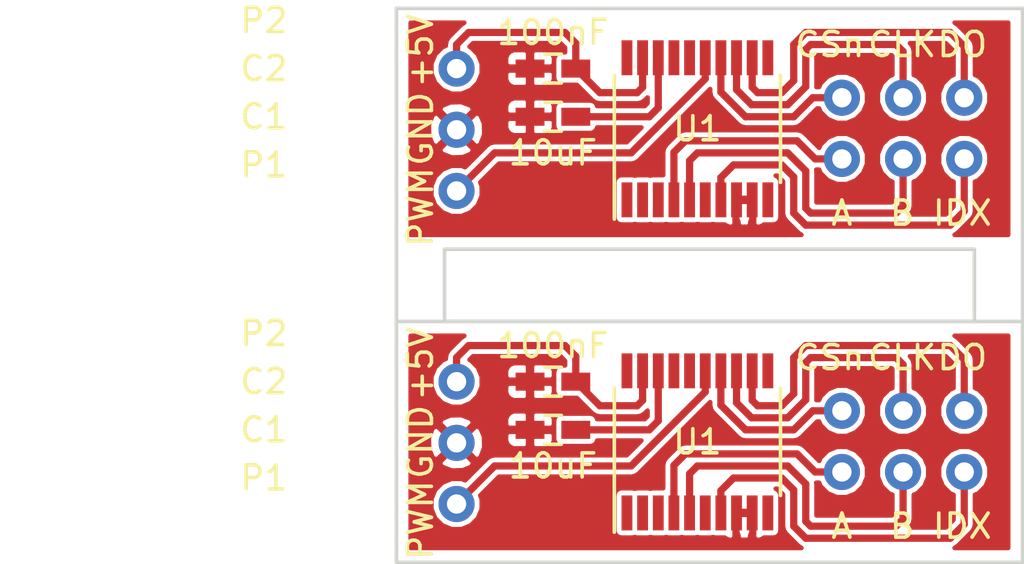
<source format=kicad_pcb>
(kicad_pcb (version 4) (host pcbnew 4.0.4-stable)

  (general
    (links 38)
    (no_connects 10)
    (area -2.485733 12.5726 40.075001 36.075001)
    (thickness 1.6)
    (drawings 33)
    (tracks 130)
    (zones 0)
    (modules 10)
    (nets 11)
  )

  (page A4)
  (layers
    (0 F.Cu signal)
    (31 B.Cu signal)
    (32 B.Adhes user)
    (33 F.Adhes user)
    (34 B.Paste user)
    (35 F.Paste user)
    (36 B.SilkS user)
    (37 F.SilkS user)
    (38 B.Mask user)
    (39 F.Mask user)
    (40 Dwgs.User user)
    (41 Cmts.User user)
    (42 Eco1.User user)
    (43 Eco2.User user)
    (44 Edge.Cuts user)
    (45 Margin user)
    (46 B.CrtYd user)
    (47 F.CrtYd user)
    (48 B.Fab user)
    (49 F.Fab user)
  )

  (setup
    (last_trace_width 0.3)
    (trace_clearance 0.1524)
    (zone_clearance 0.2)
    (zone_45_only no)
    (trace_min 0.1524)
    (segment_width 0.2)
    (edge_width 0.15)
    (via_size 0.6858)
    (via_drill 0.3302)
    (via_min_size 0.6858)
    (via_min_drill 0.3302)
    (uvia_size 0.762)
    (uvia_drill 0.508)
    (uvias_allowed no)
    (uvia_min_size 0)
    (uvia_min_drill 0)
    (pcb_text_width 0.3)
    (pcb_text_size 1.5 1.5)
    (mod_edge_width 0.15)
    (mod_text_size 1 1)
    (mod_text_width 0.15)
    (pad_size 1.2 0.75)
    (pad_drill 0)
    (pad_to_mask_clearance 0.2)
    (aux_axis_origin 0 0)
    (grid_origin 13 13)
    (visible_elements 7FFFFFFF)
    (pcbplotparams
      (layerselection 0x00000_00000001)
      (usegerberextensions false)
      (excludeedgelayer true)
      (linewidth 0.300000)
      (plotframeref false)
      (viasonmask false)
      (mode 1)
      (useauxorigin false)
      (hpglpennumber 1)
      (hpglpenspeed 20)
      (hpglpendiameter 15)
      (hpglpenoverlay 2)
      (psnegative false)
      (psa4output false)
      (plotreference false)
      (plotvalue false)
      (plotinvisibletext false)
      (padsonsilk false)
      (subtractmaskfromsilk false)
      (outputformat 3)
      (mirror false)
      (drillshape 2)
      (scaleselection 1)
      (outputdirectory Sensor_DXF/))
  )

  (net 0 "")
  (net 1 GND)
  (net 2 /A)
  (net 3 /B)
  (net 4 "Net-(C1-Pad1)")
  (net 5 +5V)
  (net 6 /DO)
  (net 7 /PWM)
  (net 8 /CLK)
  (net 9 /CSn)
  (net 10 /IDX)

  (net_class Default "Dies ist die voreingestellte Netzklasse."
    (clearance 0.1524)
    (trace_width 0.3)
    (via_dia 0.6858)
    (via_drill 0.3302)
    (uvia_dia 0.762)
    (uvia_drill 0.508)
    (add_net +5V)
    (add_net /A)
    (add_net /B)
    (add_net /CLK)
    (add_net /CSn)
    (add_net /DO)
    (add_net /IDX)
    (add_net /PWM)
    (add_net GND)
    (add_net "Net-(C1-Pad1)")
  )

  (module dro_footprints:Pin_Header_Straight_1x03 (layer F.Cu) (tedit 583C7A60) (tstamp 5895BCDC)
    (at 16.5 28.5)
    (descr "Through hole pin header")
    (tags "pin header")
    (path /5838720E)
    (fp_text reference P2 (at -8 -2) (layer F.SilkS)
      (effects (font (size 1 1) (thickness 0.15)))
    )
    (fp_text value CONN_01X03 (at -14 -2) (layer F.Fab)
      (effects (font (size 1 1) (thickness 0.15)))
    )
    (fp_line (start -1.75 -1.75) (end -1.75 6.85) (layer F.CrtYd) (width 0.05))
    (fp_line (start 1.75 -1.75) (end 1.75 6.85) (layer F.CrtYd) (width 0.05))
    (fp_line (start -1.75 -1.75) (end 1.75 -1.75) (layer F.CrtYd) (width 0.05))
    (fp_line (start -1.75 6.85) (end 1.75 6.85) (layer F.CrtYd) (width 0.05))
    (pad 1 thru_hole circle (at 0 0) (size 1.5 1.5) (drill 0.8) (layers F.Cu F.Mask)
      (net 5 +5V))
    (pad 2 thru_hole circle (at 0 2.54) (size 1.5 1.5) (drill 0.8) (layers F.Cu F.Mask)
      (net 1 GND))
    (pad 3 thru_hole circle (at 0 5.08) (size 1.5 1.5) (drill 0.8) (layers F.Cu F.Mask)
      (net 7 /PWM))
    (model Pin_Headers.3dshapes/Pin_Header_Straight_1x03.wrl
      (at (xyz 0 -0.1 0))
      (scale (xyz 1 1 1))
      (rotate (xyz 0 0 90))
    )
  )

  (module dro_footprints:Pin_Header_Straight_2x03 (layer F.Cu) (tedit 583C7ADE) (tstamp 5895BCCF)
    (at 32.5 32.25 90)
    (descr "Through hole pin header")
    (tags "pin header")
    (path /583871AD)
    (fp_text reference P1 (at -0.25 -24 180) (layer F.SilkS)
      (effects (font (size 1 1) (thickness 0.15)))
    )
    (fp_text value CONN_02X03 (at -0.25 -30 180) (layer F.Fab)
      (effects (font (size 1 1) (thickness 0.15)))
    )
    (fp_line (start -1.75 -1.75) (end -1.75 6.85) (layer F.CrtYd) (width 0.05))
    (fp_line (start 4.3 -1.75) (end 4.3 6.85) (layer F.CrtYd) (width 0.05))
    (fp_line (start -1.75 -1.75) (end 4.3 -1.75) (layer F.CrtYd) (width 0.05))
    (fp_line (start -1.75 6.85) (end 4.3 6.85) (layer F.CrtYd) (width 0.05))
    (pad 1 thru_hole circle (at 0 0 90) (size 1.5 1.5) (drill 0.8) (layers F.Cu F.Mask)
      (net 2 /A))
    (pad 2 thru_hole circle (at 2.54 0 90) (size 1.5 1.5) (drill 0.8) (layers F.Cu F.Mask)
      (net 9 /CSn))
    (pad 3 thru_hole circle (at 0 2.54 90) (size 1.5 1.5) (drill 0.8) (layers F.Cu F.Mask)
      (net 3 /B))
    (pad 4 thru_hole circle (at 2.54 2.54 90) (size 1.5 1.5) (drill 0.8) (layers F.Cu F.Mask)
      (net 8 /CLK))
    (pad 5 thru_hole circle (at 0 5.08 90) (size 1.5 1.5) (drill 0.8) (layers F.Cu F.Mask)
      (net 10 /IDX))
    (pad 6 thru_hole circle (at 2.54 5.08 90) (size 1.5 1.5) (drill 0.8) (layers F.Cu F.Mask)
      (net 6 /DO))
    (model Pin_Headers.3dshapes/Pin_Header_Straight_2x03.wrl
      (at (xyz 0.05 -0.1 0))
      (scale (xyz 1 1 1))
      (rotate (xyz 0 0 90))
    )
  )

  (module Capacitors_SMD:C_0603_HandSoldering (layer F.Cu) (tedit 583C70A7) (tstamp 5895BCC0)
    (at 20.5 30.5 180)
    (descr "Capacitor SMD 0603, hand soldering")
    (tags "capacitor 0603")
    (path /583B67A4)
    (attr smd)
    (fp_text reference C1 (at 12 0 180) (layer F.SilkS)
      (effects (font (size 1 1) (thickness 0.15)))
    )
    (fp_text value 10uF (at 15 0 180) (layer F.Fab)
      (effects (font (size 1 1) (thickness 0.15)))
    )
    (fp_line (start -0.8 0.4) (end -0.8 -0.4) (layer F.Fab) (width 0.15))
    (fp_line (start 0.8 0.4) (end -0.8 0.4) (layer F.Fab) (width 0.15))
    (fp_line (start 0.8 -0.4) (end 0.8 0.4) (layer F.Fab) (width 0.15))
    (fp_line (start -0.8 -0.4) (end 0.8 -0.4) (layer F.Fab) (width 0.15))
    (fp_line (start -1.85 -0.75) (end 1.85 -0.75) (layer F.CrtYd) (width 0.05))
    (fp_line (start -1.85 0.75) (end 1.85 0.75) (layer F.CrtYd) (width 0.05))
    (fp_line (start -1.85 -0.75) (end -1.85 0.75) (layer F.CrtYd) (width 0.05))
    (fp_line (start 1.85 -0.75) (end 1.85 0.75) (layer F.CrtYd) (width 0.05))
    (fp_line (start -0.35 -0.6) (end 0.35 -0.6) (layer F.SilkS) (width 0.15))
    (fp_line (start 0.35 0.6) (end -0.35 0.6) (layer F.SilkS) (width 0.15))
    (pad 1 smd rect (at -0.95 0 180) (size 1.2 0.75) (layers F.Cu F.Paste F.Mask)
      (net 4 "Net-(C1-Pad1)"))
    (pad 2 smd rect (at 0.95 0 180) (size 1.2 0.75) (layers F.Cu F.Paste F.Mask)
      (net 1 GND))
    (model Capacitors_SMD.3dshapes/C_0603_HandSoldering.wrl
      (at (xyz 0 0 0))
      (scale (xyz 1 1 1))
      (rotate (xyz 0 0 0))
    )
  )

  (module Housings_SSOP:TSSOP-20_4.4x6.5mm_Pitch0.65mm (layer F.Cu) (tedit 583ACC32) (tstamp 5895BC9E)
    (at 26.5 31 90)
    (descr "20-Lead Plastic Thin Shrink Small Outline (ST)-4.4 mm Body [TSSOP] (see Microchip Packaging Specification 00000049BS.pdf)")
    (tags "SSOP 0.65")
    (path /58387FF7)
    (attr smd)
    (fp_text reference U1 (at 0 0 180) (layer F.SilkS)
      (effects (font (size 1 1) (thickness 0.15)))
    )
    (fp_text value AS5311 (at 1.27 0 180) (layer F.Fab)
      (effects (font (size 1 1) (thickness 0.15)))
    )
    (fp_line (start -1.2 -3.25) (end 2.2 -3.25) (layer F.Fab) (width 0.15))
    (fp_line (start 2.2 -3.25) (end 2.2 3.25) (layer F.Fab) (width 0.15))
    (fp_line (start 2.2 3.25) (end -2.2 3.25) (layer F.Fab) (width 0.15))
    (fp_line (start -2.2 3.25) (end -2.2 -2.25) (layer F.Fab) (width 0.15))
    (fp_line (start -2.2 -2.25) (end -1.2 -3.25) (layer F.Fab) (width 0.15))
    (fp_line (start -3.95 -3.55) (end -3.95 3.55) (layer F.CrtYd) (width 0.05))
    (fp_line (start 3.95 -3.55) (end 3.95 3.55) (layer F.CrtYd) (width 0.05))
    (fp_line (start -3.95 -3.55) (end 3.95 -3.55) (layer F.CrtYd) (width 0.05))
    (fp_line (start -3.95 3.55) (end 3.95 3.55) (layer F.CrtYd) (width 0.05))
    (fp_line (start -2.225 3.45) (end 2.225 3.45) (layer F.SilkS) (width 0.15))
    (fp_line (start -3.75 -3.45) (end 2.225 -3.45) (layer F.SilkS) (width 0.15))
    (pad 1 smd rect (at -2.95 -2.925 90) (size 1.45 0.45) (layers F.Cu F.Paste F.Mask))
    (pad 2 smd rect (at -2.95 -2.275 90) (size 1.45 0.45) (layers F.Cu F.Paste F.Mask))
    (pad 3 smd rect (at -2.95 -1.625 90) (size 1.45 0.45) (layers F.Cu F.Paste F.Mask))
    (pad 4 smd rect (at -2.95 -0.975 90) (size 1.45 0.45) (layers F.Cu F.Paste F.Mask)
      (net 2 /A))
    (pad 5 smd rect (at -2.95 -0.325 90) (size 1.45 0.45) (layers F.Cu F.Paste F.Mask)
      (net 3 /B))
    (pad 6 smd rect (at -2.95 0.325 90) (size 1.45 0.45) (layers F.Cu F.Paste F.Mask))
    (pad 7 smd rect (at -2.95 0.975 90) (size 1.45 0.45) (layers F.Cu F.Paste F.Mask)
      (net 10 /IDX))
    (pad 8 smd rect (at -2.95 1.625 90) (size 1.45 0.45) (layers F.Cu F.Paste F.Mask)
      (net 1 GND))
    (pad 9 smd rect (at -2.95 2.275 90) (size 1.45 0.45) (layers F.Cu F.Paste F.Mask)
      (net 1 GND))
    (pad 10 smd rect (at -2.95 2.925 90) (size 1.45 0.45) (layers F.Cu F.Paste F.Mask))
    (pad 11 smd rect (at 2.95 2.925 90) (size 1.45 0.45) (layers F.Cu F.Paste F.Mask))
    (pad 12 smd rect (at 2.95 2.275 90) (size 1.45 0.45) (layers F.Cu F.Paste F.Mask)
      (net 6 /DO))
    (pad 13 smd rect (at 2.95 1.625 90) (size 1.45 0.45) (layers F.Cu F.Paste F.Mask)
      (net 8 /CLK))
    (pad 14 smd rect (at 2.95 0.975 90) (size 1.45 0.45) (layers F.Cu F.Paste F.Mask)
      (net 9 /CSn))
    (pad 15 smd rect (at 2.95 0.325 90) (size 1.45 0.45) (layers F.Cu F.Paste F.Mask)
      (net 7 /PWM))
    (pad 16 smd rect (at 2.95 -0.325 90) (size 1.45 0.45) (layers F.Cu F.Paste F.Mask))
    (pad 17 smd rect (at 2.95 -0.975 90) (size 1.45 0.45) (layers F.Cu F.Paste F.Mask))
    (pad 18 smd rect (at 2.95 -1.625 90) (size 1.45 0.45) (layers F.Cu F.Paste F.Mask)
      (net 4 "Net-(C1-Pad1)"))
    (pad 19 smd rect (at 2.95 -2.275 90) (size 1.45 0.45) (layers F.Cu F.Paste F.Mask)
      (net 5 +5V))
    (pad 20 smd rect (at 2.95 -2.925 90) (size 1.45 0.45) (layers F.Cu F.Paste F.Mask))
    (model Housings_SSOP.3dshapes/TSSOP-20_4.4x6.5mm_Pitch0.65mm.wrl
      (at (xyz 0 0 0))
      (scale (xyz 1 1 1))
      (rotate (xyz 0 0 0))
    )
  )

  (module Capacitors_SMD:C_0603_HandSoldering (layer F.Cu) (tedit 583C7C29) (tstamp 5895BC8F)
    (at 20.5 28.5 180)
    (descr "Capacitor SMD 0603, hand soldering")
    (tags "capacitor 0603")
    (path /583874B9)
    (attr smd)
    (fp_text reference C2 (at 12 0 360) (layer F.SilkS)
      (effects (font (size 1 1) (thickness 0.15)))
    )
    (fp_text value 100nF (at 15.5 0 360) (layer F.Fab)
      (effects (font (size 1 1) (thickness 0.15)))
    )
    (fp_line (start -0.8 0.4) (end -0.8 -0.4) (layer F.Fab) (width 0.15))
    (fp_line (start 0.8 0.4) (end -0.8 0.4) (layer F.Fab) (width 0.15))
    (fp_line (start 0.8 -0.4) (end 0.8 0.4) (layer F.Fab) (width 0.15))
    (fp_line (start -0.8 -0.4) (end 0.8 -0.4) (layer F.Fab) (width 0.15))
    (fp_line (start -1.85 -0.75) (end 1.85 -0.75) (layer F.CrtYd) (width 0.05))
    (fp_line (start -1.85 0.75) (end 1.85 0.75) (layer F.CrtYd) (width 0.05))
    (fp_line (start -1.85 -0.75) (end -1.85 0.75) (layer F.CrtYd) (width 0.05))
    (fp_line (start 1.85 -0.75) (end 1.85 0.75) (layer F.CrtYd) (width 0.05))
    (fp_line (start -0.35 -0.6) (end 0.35 -0.6) (layer F.SilkS) (width 0.15))
    (fp_line (start 0.35 0.6) (end -0.35 0.6) (layer F.SilkS) (width 0.15))
    (pad 1 smd rect (at -0.95 0 180) (size 1.2 0.75) (layers F.Cu F.Paste F.Mask)
      (net 5 +5V))
    (pad 2 smd rect (at 0.95 0 180) (size 1.2 0.75) (layers F.Cu F.Paste F.Mask)
      (net 1 GND))
    (model Capacitors_SMD.3dshapes/C_0603_HandSoldering.wrl
      (at (xyz 0 0 0))
      (scale (xyz 1 1 1))
      (rotate (xyz 0 0 0))
    )
  )

  (module Capacitors_SMD:C_0603_HandSoldering (layer F.Cu) (tedit 583C7C29) (tstamp 58388191)
    (at 20.5 15.5 180)
    (descr "Capacitor SMD 0603, hand soldering")
    (tags "capacitor 0603")
    (path /583874B9)
    (attr smd)
    (fp_text reference C2 (at 12 0 360) (layer F.SilkS)
      (effects (font (size 1 1) (thickness 0.15)))
    )
    (fp_text value 100nF (at 15.5 0 360) (layer F.Fab)
      (effects (font (size 1 1) (thickness 0.15)))
    )
    (fp_line (start -0.8 0.4) (end -0.8 -0.4) (layer F.Fab) (width 0.15))
    (fp_line (start 0.8 0.4) (end -0.8 0.4) (layer F.Fab) (width 0.15))
    (fp_line (start 0.8 -0.4) (end 0.8 0.4) (layer F.Fab) (width 0.15))
    (fp_line (start -0.8 -0.4) (end 0.8 -0.4) (layer F.Fab) (width 0.15))
    (fp_line (start -1.85 -0.75) (end 1.85 -0.75) (layer F.CrtYd) (width 0.05))
    (fp_line (start -1.85 0.75) (end 1.85 0.75) (layer F.CrtYd) (width 0.05))
    (fp_line (start -1.85 -0.75) (end -1.85 0.75) (layer F.CrtYd) (width 0.05))
    (fp_line (start 1.85 -0.75) (end 1.85 0.75) (layer F.CrtYd) (width 0.05))
    (fp_line (start -0.35 -0.6) (end 0.35 -0.6) (layer F.SilkS) (width 0.15))
    (fp_line (start 0.35 0.6) (end -0.35 0.6) (layer F.SilkS) (width 0.15))
    (pad 1 smd rect (at -0.95 0 180) (size 1.2 0.75) (layers F.Cu F.Paste F.Mask)
      (net 5 +5V))
    (pad 2 smd rect (at 0.95 0 180) (size 1.2 0.75) (layers F.Cu F.Paste F.Mask)
      (net 1 GND))
    (model Capacitors_SMD.3dshapes/C_0603_HandSoldering.wrl
      (at (xyz 0 0 0))
      (scale (xyz 1 1 1))
      (rotate (xyz 0 0 0))
    )
  )

  (module Housings_SSOP:TSSOP-20_4.4x6.5mm_Pitch0.65mm (layer F.Cu) (tedit 583ACC32) (tstamp 583881B5)
    (at 26.5 18 90)
    (descr "20-Lead Plastic Thin Shrink Small Outline (ST)-4.4 mm Body [TSSOP] (see Microchip Packaging Specification 00000049BS.pdf)")
    (tags "SSOP 0.65")
    (path /58387FF7)
    (attr smd)
    (fp_text reference U1 (at 0 0 180) (layer F.SilkS)
      (effects (font (size 1 1) (thickness 0.15)))
    )
    (fp_text value AS5311 (at 1.27 0 180) (layer F.Fab)
      (effects (font (size 1 1) (thickness 0.15)))
    )
    (fp_line (start -1.2 -3.25) (end 2.2 -3.25) (layer F.Fab) (width 0.15))
    (fp_line (start 2.2 -3.25) (end 2.2 3.25) (layer F.Fab) (width 0.15))
    (fp_line (start 2.2 3.25) (end -2.2 3.25) (layer F.Fab) (width 0.15))
    (fp_line (start -2.2 3.25) (end -2.2 -2.25) (layer F.Fab) (width 0.15))
    (fp_line (start -2.2 -2.25) (end -1.2 -3.25) (layer F.Fab) (width 0.15))
    (fp_line (start -3.95 -3.55) (end -3.95 3.55) (layer F.CrtYd) (width 0.05))
    (fp_line (start 3.95 -3.55) (end 3.95 3.55) (layer F.CrtYd) (width 0.05))
    (fp_line (start -3.95 -3.55) (end 3.95 -3.55) (layer F.CrtYd) (width 0.05))
    (fp_line (start -3.95 3.55) (end 3.95 3.55) (layer F.CrtYd) (width 0.05))
    (fp_line (start -2.225 3.45) (end 2.225 3.45) (layer F.SilkS) (width 0.15))
    (fp_line (start -3.75 -3.45) (end 2.225 -3.45) (layer F.SilkS) (width 0.15))
    (pad 1 smd rect (at -2.95 -2.925 90) (size 1.45 0.45) (layers F.Cu F.Paste F.Mask))
    (pad 2 smd rect (at -2.95 -2.275 90) (size 1.45 0.45) (layers F.Cu F.Paste F.Mask))
    (pad 3 smd rect (at -2.95 -1.625 90) (size 1.45 0.45) (layers F.Cu F.Paste F.Mask))
    (pad 4 smd rect (at -2.95 -0.975 90) (size 1.45 0.45) (layers F.Cu F.Paste F.Mask)
      (net 2 /A))
    (pad 5 smd rect (at -2.95 -0.325 90) (size 1.45 0.45) (layers F.Cu F.Paste F.Mask)
      (net 3 /B))
    (pad 6 smd rect (at -2.95 0.325 90) (size 1.45 0.45) (layers F.Cu F.Paste F.Mask))
    (pad 7 smd rect (at -2.95 0.975 90) (size 1.45 0.45) (layers F.Cu F.Paste F.Mask)
      (net 10 /IDX))
    (pad 8 smd rect (at -2.95 1.625 90) (size 1.45 0.45) (layers F.Cu F.Paste F.Mask)
      (net 1 GND))
    (pad 9 smd rect (at -2.95 2.275 90) (size 1.45 0.45) (layers F.Cu F.Paste F.Mask)
      (net 1 GND))
    (pad 10 smd rect (at -2.95 2.925 90) (size 1.45 0.45) (layers F.Cu F.Paste F.Mask))
    (pad 11 smd rect (at 2.95 2.925 90) (size 1.45 0.45) (layers F.Cu F.Paste F.Mask))
    (pad 12 smd rect (at 2.95 2.275 90) (size 1.45 0.45) (layers F.Cu F.Paste F.Mask)
      (net 6 /DO))
    (pad 13 smd rect (at 2.95 1.625 90) (size 1.45 0.45) (layers F.Cu F.Paste F.Mask)
      (net 8 /CLK))
    (pad 14 smd rect (at 2.95 0.975 90) (size 1.45 0.45) (layers F.Cu F.Paste F.Mask)
      (net 9 /CSn))
    (pad 15 smd rect (at 2.95 0.325 90) (size 1.45 0.45) (layers F.Cu F.Paste F.Mask)
      (net 7 /PWM))
    (pad 16 smd rect (at 2.95 -0.325 90) (size 1.45 0.45) (layers F.Cu F.Paste F.Mask))
    (pad 17 smd rect (at 2.95 -0.975 90) (size 1.45 0.45) (layers F.Cu F.Paste F.Mask))
    (pad 18 smd rect (at 2.95 -1.625 90) (size 1.45 0.45) (layers F.Cu F.Paste F.Mask)
      (net 4 "Net-(C1-Pad1)"))
    (pad 19 smd rect (at 2.95 -2.275 90) (size 1.45 0.45) (layers F.Cu F.Paste F.Mask)
      (net 5 +5V))
    (pad 20 smd rect (at 2.95 -2.925 90) (size 1.45 0.45) (layers F.Cu F.Paste F.Mask))
    (model Housings_SSOP.3dshapes/TSSOP-20_4.4x6.5mm_Pitch0.65mm.wrl
      (at (xyz 0 0 0))
      (scale (xyz 1 1 1))
      (rotate (xyz 0 0 0))
    )
  )

  (module Capacitors_SMD:C_0603_HandSoldering (layer F.Cu) (tedit 583C70A7) (tstamp 583B6361)
    (at 20.5 17.5 180)
    (descr "Capacitor SMD 0603, hand soldering")
    (tags "capacitor 0603")
    (path /583B67A4)
    (attr smd)
    (fp_text reference C1 (at 12 0 180) (layer F.SilkS)
      (effects (font (size 1 1) (thickness 0.15)))
    )
    (fp_text value 10uF (at 15 0 180) (layer F.Fab)
      (effects (font (size 1 1) (thickness 0.15)))
    )
    (fp_line (start -0.8 0.4) (end -0.8 -0.4) (layer F.Fab) (width 0.15))
    (fp_line (start 0.8 0.4) (end -0.8 0.4) (layer F.Fab) (width 0.15))
    (fp_line (start 0.8 -0.4) (end 0.8 0.4) (layer F.Fab) (width 0.15))
    (fp_line (start -0.8 -0.4) (end 0.8 -0.4) (layer F.Fab) (width 0.15))
    (fp_line (start -1.85 -0.75) (end 1.85 -0.75) (layer F.CrtYd) (width 0.05))
    (fp_line (start -1.85 0.75) (end 1.85 0.75) (layer F.CrtYd) (width 0.05))
    (fp_line (start -1.85 -0.75) (end -1.85 0.75) (layer F.CrtYd) (width 0.05))
    (fp_line (start 1.85 -0.75) (end 1.85 0.75) (layer F.CrtYd) (width 0.05))
    (fp_line (start -0.35 -0.6) (end 0.35 -0.6) (layer F.SilkS) (width 0.15))
    (fp_line (start 0.35 0.6) (end -0.35 0.6) (layer F.SilkS) (width 0.15))
    (pad 1 smd rect (at -0.95 0 180) (size 1.2 0.75) (layers F.Cu F.Paste F.Mask)
      (net 4 "Net-(C1-Pad1)"))
    (pad 2 smd rect (at 0.95 0 180) (size 1.2 0.75) (layers F.Cu F.Paste F.Mask)
      (net 1 GND))
    (model Capacitors_SMD.3dshapes/C_0603_HandSoldering.wrl
      (at (xyz 0 0 0))
      (scale (xyz 1 1 1))
      (rotate (xyz 0 0 0))
    )
  )

  (module dro_footprints:Pin_Header_Straight_2x03 (layer F.Cu) (tedit 583C7ADE) (tstamp 583C7F6E)
    (at 32.5 19.25 90)
    (descr "Through hole pin header")
    (tags "pin header")
    (path /583871AD)
    (fp_text reference P1 (at -0.25 -24 180) (layer F.SilkS)
      (effects (font (size 1 1) (thickness 0.15)))
    )
    (fp_text value CONN_02X03 (at -0.25 -30 180) (layer F.Fab)
      (effects (font (size 1 1) (thickness 0.15)))
    )
    (fp_line (start -1.75 -1.75) (end -1.75 6.85) (layer F.CrtYd) (width 0.05))
    (fp_line (start 4.3 -1.75) (end 4.3 6.85) (layer F.CrtYd) (width 0.05))
    (fp_line (start -1.75 -1.75) (end 4.3 -1.75) (layer F.CrtYd) (width 0.05))
    (fp_line (start -1.75 6.85) (end 4.3 6.85) (layer F.CrtYd) (width 0.05))
    (pad 1 thru_hole circle (at 0 0 90) (size 1.5 1.5) (drill 0.8) (layers F.Cu F.Mask)
      (net 2 /A))
    (pad 2 thru_hole circle (at 2.54 0 90) (size 1.5 1.5) (drill 0.8) (layers F.Cu F.Mask)
      (net 9 /CSn))
    (pad 3 thru_hole circle (at 0 2.54 90) (size 1.5 1.5) (drill 0.8) (layers F.Cu F.Mask)
      (net 3 /B))
    (pad 4 thru_hole circle (at 2.54 2.54 90) (size 1.5 1.5) (drill 0.8) (layers F.Cu F.Mask)
      (net 8 /CLK))
    (pad 5 thru_hole circle (at 0 5.08 90) (size 1.5 1.5) (drill 0.8) (layers F.Cu F.Mask)
      (net 10 /IDX))
    (pad 6 thru_hole circle (at 2.54 5.08 90) (size 1.5 1.5) (drill 0.8) (layers F.Cu F.Mask)
      (net 6 /DO))
    (model Pin_Headers.3dshapes/Pin_Header_Straight_2x03.wrl
      (at (xyz 0.05 -0.1 0))
      (scale (xyz 1 1 1))
      (rotate (xyz 0 0 90))
    )
  )

  (module dro_footprints:Pin_Header_Straight_1x03 (layer F.Cu) (tedit 583C7A60) (tstamp 583C7F7B)
    (at 16.5 15.5)
    (descr "Through hole pin header")
    (tags "pin header")
    (path /5838720E)
    (fp_text reference P2 (at -8 -2) (layer F.SilkS)
      (effects (font (size 1 1) (thickness 0.15)))
    )
    (fp_text value CONN_01X03 (at -14 -2) (layer F.Fab)
      (effects (font (size 1 1) (thickness 0.15)))
    )
    (fp_line (start -1.75 -1.75) (end -1.75 6.85) (layer F.CrtYd) (width 0.05))
    (fp_line (start 1.75 -1.75) (end 1.75 6.85) (layer F.CrtYd) (width 0.05))
    (fp_line (start -1.75 -1.75) (end 1.75 -1.75) (layer F.CrtYd) (width 0.05))
    (fp_line (start -1.75 6.85) (end 1.75 6.85) (layer F.CrtYd) (width 0.05))
    (pad 1 thru_hole circle (at 0 0) (size 1.5 1.5) (drill 0.8) (layers F.Cu F.Mask)
      (net 5 +5V))
    (pad 2 thru_hole circle (at 0 2.54) (size 1.5 1.5) (drill 0.8) (layers F.Cu F.Mask)
      (net 1 GND))
    (pad 3 thru_hole circle (at 0 5.08) (size 1.5 1.5) (drill 0.8) (layers F.Cu F.Mask)
      (net 7 /PWM))
    (model Pin_Headers.3dshapes/Pin_Header_Straight_1x03.wrl
      (at (xyz 0 -0.1 0))
      (scale (xyz 1 1 1))
      (rotate (xyz 0 0 90))
    )
  )

  (gr_text A (at 32.5 34.5) (layer F.SilkS) (tstamp 5895BD33)
    (effects (font (size 1 1) (thickness 0.15)))
  )
  (gr_text B (at 35 34.5) (layer F.SilkS) (tstamp 5895BD32)
    (effects (font (size 1 1) (thickness 0.15)))
  )
  (gr_text GND (at 15 31 90) (layer F.SilkS) (tstamp 5895BD31)
    (effects (font (size 1 1) (thickness 0.15)))
  )
  (gr_text +5V (at 15 27.75 90) (layer F.SilkS) (tstamp 5895BD30)
    (effects (font (size 1 1) (thickness 0.15)))
  )
  (gr_text IDX (at 37.5 34.5) (layer F.SilkS) (tstamp 5895BD2F)
    (effects (font (size 1 1) (thickness 0.15)))
  )
  (gr_text 100nF (at 20.5 27) (layer F.SilkS) (tstamp 5895BD2E)
    (effects (font (size 1 1) (thickness 0.15)))
  )
  (gr_text 10uF (at 20.5 32) (layer F.SilkS) (tstamp 5895BD2D)
    (effects (font (size 1 1) (thickness 0.15)))
  )
  (gr_text CSn (at 32 27.5) (layer F.SilkS) (tstamp 5895BD2C)
    (effects (font (size 1 1) (thickness 0.15)))
  )
  (gr_text CLK (at 35 27.5) (layer F.SilkS) (tstamp 5895BD2B)
    (effects (font (size 1 1) (thickness 0.15)))
  )
  (gr_text DO (at 37.5 27.5) (layer F.SilkS) (tstamp 5895BD2A)
    (effects (font (size 1 1) (thickness 0.15)))
  )
  (gr_line (start 14 26) (end 40 26) (angle 90) (layer Edge.Cuts) (width 0.15) (tstamp 5895BD29))
  (gr_line (start 16 36) (end 38 36) (angle 90) (layer Edge.Cuts) (width 0.15) (tstamp 5895BD28))
  (gr_text PWM (at 15 34.25 90) (layer F.SilkS) (tstamp 5895BD27)
    (effects (font (size 1 1) (thickness 0.15)))
  )
  (gr_text PWM (at 15 21.25 90) (layer F.SilkS)
    (effects (font (size 1 1) (thickness 0.15)))
  )
  (gr_line (start 38 26) (end 16 26) (angle 90) (layer Edge.Cuts) (width 0.15))
  (gr_line (start 38 23) (end 38 26) (angle 90) (layer Edge.Cuts) (width 0.15))
  (gr_line (start 16 23) (end 38 23) (angle 90) (layer Edge.Cuts) (width 0.15))
  (gr_line (start 40 36) (end 14 36) (angle 90) (layer Edge.Cuts) (width 0.15))
  (gr_line (start 40 13) (end 40 36) (angle 90) (layer Edge.Cuts) (width 0.15))
  (gr_line (start 14 13) (end 40 13) (angle 90) (layer Edge.Cuts) (width 0.15))
  (gr_text DO (at 37.5 14.5) (layer F.SilkS)
    (effects (font (size 1 1) (thickness 0.15)))
  )
  (gr_text CLK (at 35 14.5) (layer F.SilkS)
    (effects (font (size 1 1) (thickness 0.15)))
  )
  (gr_text CSn (at 32 14.5) (layer F.SilkS)
    (effects (font (size 1 1) (thickness 0.15)))
  )
  (gr_text 10uF (at 20.5 19) (layer F.SilkS)
    (effects (font (size 1 1) (thickness 0.15)))
  )
  (gr_line (start 14 36) (end 14 13) (angle 90) (layer Edge.Cuts) (width 0.15))
  (gr_line (start 16 23) (end 16 26) (angle 90) (layer Edge.Cuts) (width 0.15))
  (gr_text 100nF (at 20.5 14) (layer F.SilkS)
    (effects (font (size 1 1) (thickness 0.15)))
  )
  (gr_text IDX (at 37.5 21.5) (layer F.SilkS)
    (effects (font (size 1 1) (thickness 0.15)))
  )
  (gr_text +5V (at 15 14.75 90) (layer F.SilkS)
    (effects (font (size 1 1) (thickness 0.15)))
  )
  (gr_text GND (at 15 18 90) (layer F.SilkS)
    (effects (font (size 1 1) (thickness 0.15)))
  )
  (gr_text B (at 35 21.5) (layer F.SilkS)
    (effects (font (size 1 1) (thickness 0.15)))
  )
  (gr_text A (at 32.5 21.5) (layer F.SilkS)
    (effects (font (size 1 1) (thickness 0.15)))
  )
  (gr_text "cut out" (at 24 24.5) (layer Dwgs.User)
    (effects (font (size 1.5 1.5) (thickness 0.3)))
  )

  (segment (start 16.96 31.5) (end 16.5 31.04) (width 0.3) (layer F.Cu) (net 1) (tstamp 5895BCE7))
  (segment (start 19.55 28.5) (end 19.55 28.55) (width 0.3) (layer F.Cu) (net 1) (tstamp 5895BCE6) (status 30))
  (segment (start 19.55 15.5) (end 19.55 15.55) (width 0.3) (layer F.Cu) (net 1) (status 30))
  (segment (start 16.96 18.5) (end 16.5 18.04) (width 0.3) (layer F.Cu) (net 1) (tstamp 583C71A4))
  (segment (start 25.525 31.975) (end 26 31.5) (width 0.3) (layer F.Cu) (net 2) (tstamp 5895BCEC))
  (segment (start 26 31.5) (end 30.639794 31.5) (width 0.3) (layer F.Cu) (net 2) (tstamp 5895BCEB))
  (segment (start 30.639794 31.5) (end 31.389794 32.25) (width 0.3) (layer F.Cu) (net 2) (tstamp 5895BCEA))
  (segment (start 31.389794 32.25) (end 32.5 32.25) (width 0.3) (layer F.Cu) (net 2) (tstamp 5895BCE9))
  (segment (start 25.525 33.95) (end 25.525 31.975) (width 0.3) (layer F.Cu) (net 2) (tstamp 5895BCE8))
  (segment (start 25.525 20.95) (end 25.525 18.975) (width 0.3) (layer F.Cu) (net 2))
  (segment (start 31.389794 19.25) (end 32.5 19.25) (width 0.3) (layer F.Cu) (net 2) (tstamp 583C7531))
  (segment (start 30.639794 18.5) (end 31.389794 19.25) (width 0.3) (layer F.Cu) (net 2) (tstamp 583C752A))
  (segment (start 26 18.5) (end 30.639794 18.5) (width 0.3) (layer F.Cu) (net 2) (tstamp 583C751E))
  (segment (start 25.525 18.975) (end 26 18.5) (width 0.3) (layer F.Cu) (net 2) (tstamp 583C751A))
  (segment (start 26.175 32.325) (end 26.5 32) (width 0.3) (layer F.Cu) (net 3) (tstamp 5895BCF5))
  (segment (start 26.5 32) (end 30.25 32) (width 0.3) (layer F.Cu) (net 3) (tstamp 5895BCF4))
  (segment (start 30.25 32) (end 31 32.75) (width 0.3) (layer F.Cu) (net 3) (tstamp 5895BCF3))
  (segment (start 31 32.75) (end 31 34.297598) (width 0.3) (layer F.Cu) (net 3) (tstamp 5895BCF2))
  (segment (start 31 34.297598) (end 31.202402 34.5) (width 0.3) (layer F.Cu) (net 3) (tstamp 5895BCF1))
  (segment (start 31.202402 34.5) (end 34.75 34.5) (width 0.3) (layer F.Cu) (net 3) (tstamp 5895BCF0))
  (segment (start 34.75 34.5) (end 35.04 34.21) (width 0.3) (layer F.Cu) (net 3) (tstamp 5895BCEF))
  (segment (start 35.04 34.21) (end 35.04 32.25) (width 0.3) (layer F.Cu) (net 3) (tstamp 5895BCEE))
  (segment (start 26.175 33.95) (end 26.175 32.325) (width 0.3) (layer F.Cu) (net 3) (tstamp 5895BCED))
  (segment (start 26.175 20.95) (end 26.175 19.325) (width 0.3) (layer F.Cu) (net 3))
  (segment (start 35.04 21.21) (end 35.04 19.25) (width 0.3) (layer F.Cu) (net 3) (tstamp 583C756C))
  (segment (start 34.75 21.5) (end 35.04 21.21) (width 0.3) (layer F.Cu) (net 3) (tstamp 583C756A))
  (segment (start 31.202402 21.5) (end 34.75 21.5) (width 0.3) (layer F.Cu) (net 3) (tstamp 583C7566))
  (segment (start 31 21.297598) (end 31.202402 21.5) (width 0.3) (layer F.Cu) (net 3) (tstamp 583C7565))
  (segment (start 31 19.75) (end 31 21.297598) (width 0.3) (layer F.Cu) (net 3) (tstamp 583C7561))
  (segment (start 30.25 19) (end 31 19.75) (width 0.3) (layer F.Cu) (net 3) (tstamp 583C755B))
  (segment (start 26.5 19) (end 30.25 19) (width 0.3) (layer F.Cu) (net 3) (tstamp 583C7557))
  (segment (start 26.175 19.325) (end 26.5 19) (width 0.3) (layer F.Cu) (net 3) (tstamp 583C754F))
  (segment (start 24.875 30.125) (end 24.5 30.5) (width 0.3) (layer F.Cu) (net 4) (tstamp 5895BCF8))
  (segment (start 24.5 30.5) (end 21.45 30.5) (width 0.3) (layer F.Cu) (net 4) (tstamp 5895BCF7))
  (segment (start 24.875 28.05) (end 24.875 30.125) (width 0.3) (layer F.Cu) (net 4) (tstamp 5895BCF6))
  (segment (start 24.875 15.05) (end 24.875 17.125) (width 0.3) (layer F.Cu) (net 4))
  (segment (start 24.5 17.5) (end 21.45 17.5) (width 0.3) (layer F.Cu) (net 4) (tstamp 583C7120))
  (segment (start 24.875 17.125) (end 24.5 17.5) (width 0.3) (layer F.Cu) (net 4) (tstamp 583C711A))
  (segment (start 21.5 28.55) (end 21.45 28.5) (width 0.3) (layer F.Cu) (net 5) (tstamp 5895BD02) (status 30))
  (segment (start 24.225 29.275) (end 24 29.5) (width 0.3) (layer F.Cu) (net 5) (tstamp 5895BD01))
  (segment (start 24 29.5) (end 22.45 29.5) (width 0.3) (layer F.Cu) (net 5) (tstamp 5895BD00))
  (segment (start 22.45 29.5) (end 21.45 28.5) (width 0.3) (layer F.Cu) (net 5) (tstamp 5895BCFF))
  (segment (start 24.225 28.05) (end 24.225 29.275) (width 0.3) (layer F.Cu) (net 5) (tstamp 5895BCFE))
  (segment (start 21.45 28.5) (end 21.45 27.45) (width 0.3) (layer F.Cu) (net 5) (tstamp 5895BCFD))
  (segment (start 21.45 27.45) (end 21 27) (width 0.3) (layer F.Cu) (net 5) (tstamp 5895BCFC))
  (segment (start 21 27) (end 17 27) (width 0.3) (layer F.Cu) (net 5) (tstamp 5895BCFB))
  (segment (start 17 27) (end 16.5 27.5) (width 0.3) (layer F.Cu) (net 5) (tstamp 5895BCFA))
  (segment (start 16.5 27.5) (end 16.5 28.5) (width 0.3) (layer F.Cu) (net 5) (tstamp 5895BCF9))
  (segment (start 16.5 14.5) (end 16.5 15.5) (width 0.3) (layer F.Cu) (net 5) (tstamp 583C71DB))
  (segment (start 17 14) (end 16.5 14.5) (width 0.3) (layer F.Cu) (net 5) (tstamp 583C71DA))
  (segment (start 21 14) (end 17 14) (width 0.3) (layer F.Cu) (net 5) (tstamp 583C71D7))
  (segment (start 21.45 14.45) (end 21 14) (width 0.3) (layer F.Cu) (net 5) (tstamp 583C71D6))
  (segment (start 21.45 15.5) (end 21.45 14.45) (width 0.3) (layer F.Cu) (net 5))
  (segment (start 24.225 15.05) (end 24.225 16.275) (width 0.3) (layer F.Cu) (net 5))
  (segment (start 22.45 16.5) (end 21.45 15.5) (width 0.3) (layer F.Cu) (net 5) (tstamp 583C7114))
  (segment (start 24 16.5) (end 22.45 16.5) (width 0.3) (layer F.Cu) (net 5) (tstamp 583C7110))
  (segment (start 24.225 16.275) (end 24 16.5) (width 0.3) (layer F.Cu) (net 5) (tstamp 583C7109))
  (segment (start 21.5 15.55) (end 21.45 15.5) (width 0.3) (layer F.Cu) (net 5) (tstamp 5838CAE9) (status 30))
  (segment (start 28.775 29.275) (end 29 29.5) (width 0.3) (layer F.Cu) (net 6) (tstamp 5895BD0B))
  (segment (start 29 29.5) (end 30 29.5) (width 0.3) (layer F.Cu) (net 6) (tstamp 5895BD0A))
  (segment (start 30 29.5) (end 30.5 29) (width 0.3) (layer F.Cu) (net 6) (tstamp 5895BD09))
  (segment (start 30.5 29) (end 30.5 27.5) (width 0.3) (layer F.Cu) (net 6) (tstamp 5895BD08))
  (segment (start 30.5 27.5) (end 31 27) (width 0.3) (layer F.Cu) (net 6) (tstamp 5895BD07))
  (segment (start 31 27) (end 37 27) (width 0.3) (layer F.Cu) (net 6) (tstamp 5895BD06))
  (segment (start 37 27) (end 37.58 27.58) (width 0.3) (layer F.Cu) (net 6) (tstamp 5895BD05))
  (segment (start 37.58 27.58) (end 37.58 29.71) (width 0.3) (layer F.Cu) (net 6) (tstamp 5895BD04))
  (segment (start 28.775 28.05) (end 28.775 29.275) (width 0.3) (layer F.Cu) (net 6) (tstamp 5895BD03))
  (segment (start 28.775 15.05) (end 28.775 16.275) (width 0.3) (layer F.Cu) (net 6))
  (segment (start 37.58 14.58) (end 37.58 16.71) (width 0.3) (layer F.Cu) (net 6) (tstamp 583C7474))
  (segment (start 37 14) (end 37.58 14.58) (width 0.3) (layer F.Cu) (net 6) (tstamp 583C7471))
  (segment (start 31 14) (end 37 14) (width 0.3) (layer F.Cu) (net 6) (tstamp 583C746F))
  (segment (start 30.5 14.5) (end 31 14) (width 0.3) (layer F.Cu) (net 6) (tstamp 583C746E))
  (segment (start 30.5 16) (end 30.5 14.5) (width 0.3) (layer F.Cu) (net 6) (tstamp 583C746C))
  (segment (start 30 16.5) (end 30.5 16) (width 0.3) (layer F.Cu) (net 6) (tstamp 583C7468))
  (segment (start 29 16.5) (end 30 16.5) (width 0.3) (layer F.Cu) (net 6) (tstamp 583C7465))
  (segment (start 28.775 16.275) (end 29 16.5) (width 0.3) (layer F.Cu) (net 6) (tstamp 583C7461))
  (segment (start 26.825 28.925) (end 23.75 32) (width 0.3) (layer F.Cu) (net 7) (tstamp 5895BD0F))
  (segment (start 23.75 32) (end 18.08 32) (width 0.3) (layer F.Cu) (net 7) (tstamp 5895BD0E))
  (segment (start 18.08 32) (end 16.5 33.58) (width 0.3) (layer F.Cu) (net 7) (tstamp 5895BD0D))
  (segment (start 26.825 28.05) (end 26.825 28.925) (width 0.3) (layer F.Cu) (net 7) (tstamp 5895BD0C))
  (segment (start 26.825 15.05) (end 26.825 15.925) (width 0.3) (layer F.Cu) (net 7))
  (segment (start 18.08 19) (end 16.5 20.58) (width 0.3) (layer F.Cu) (net 7) (tstamp 583C7F90))
  (segment (start 23.75 19) (end 18.08 19) (width 0.3) (layer F.Cu) (net 7) (tstamp 583C7F8E))
  (segment (start 26.825 15.925) (end 23.75 19) (width 0.3) (layer F.Cu) (net 7) (tstamp 583C7F8D))
  (segment (start 28.125 29.375) (end 28.75 30) (width 0.3) (layer F.Cu) (net 8) (tstamp 5895BD18))
  (segment (start 28.75 30) (end 30.25 30) (width 0.3) (layer F.Cu) (net 8) (tstamp 5895BD17))
  (segment (start 30.25 30) (end 31 29.25) (width 0.3) (layer F.Cu) (net 8) (tstamp 5895BD16))
  (segment (start 31 29.25) (end 31 27.702402) (width 0.3) (layer F.Cu) (net 8) (tstamp 5895BD15))
  (segment (start 31 27.702402) (end 31.202402 27.5) (width 0.3) (layer F.Cu) (net 8) (tstamp 5895BD14))
  (segment (start 31.202402 27.5) (end 34.75 27.5) (width 0.3) (layer F.Cu) (net 8) (tstamp 5895BD13))
  (segment (start 34.75 27.5) (end 35.04 27.79) (width 0.3) (layer F.Cu) (net 8) (tstamp 5895BD12))
  (segment (start 35.04 27.79) (end 35.04 29.71) (width 0.3) (layer F.Cu) (net 8) (tstamp 5895BD11))
  (segment (start 28.125 28.05) (end 28.125 29.375) (width 0.3) (layer F.Cu) (net 8) (tstamp 5895BD10))
  (segment (start 28.125 15.05) (end 28.125 16.375) (width 0.3) (layer F.Cu) (net 8))
  (segment (start 35.04 14.79) (end 35.04 16.71) (width 0.3) (layer F.Cu) (net 8) (tstamp 583C74A2))
  (segment (start 34.75 14.5) (end 35.04 14.79) (width 0.3) (layer F.Cu) (net 8) (tstamp 583C74A0))
  (segment (start 31.202402 14.5) (end 34.75 14.5) (width 0.3) (layer F.Cu) (net 8) (tstamp 583C749E))
  (segment (start 31 14.702402) (end 31.202402 14.5) (width 0.3) (layer F.Cu) (net 8) (tstamp 583C749C))
  (segment (start 31 16.25) (end 31 14.702402) (width 0.3) (layer F.Cu) (net 8) (tstamp 583C7497))
  (segment (start 30.25 17) (end 31 16.25) (width 0.3) (layer F.Cu) (net 8) (tstamp 583C7492))
  (segment (start 28.75 17) (end 30.25 17) (width 0.3) (layer F.Cu) (net 8) (tstamp 583C748F))
  (segment (start 28.125 16.375) (end 28.75 17) (width 0.3) (layer F.Cu) (net 8) (tstamp 583C747B))
  (segment (start 27.475 29.475) (end 28.5 30.5) (width 0.3) (layer F.Cu) (net 9) (tstamp 5895BD1D))
  (segment (start 28.5 30.5) (end 30.5 30.5) (width 0.3) (layer F.Cu) (net 9) (tstamp 5895BD1C))
  (segment (start 30.5 30.5) (end 31.29 29.71) (width 0.3) (layer F.Cu) (net 9) (tstamp 5895BD1B))
  (segment (start 31.29 29.71) (end 32.5 29.71) (width 0.3) (layer F.Cu) (net 9) (tstamp 5895BD1A))
  (segment (start 27.475 28.05) (end 27.475 29.475) (width 0.3) (layer F.Cu) (net 9) (tstamp 5895BD19))
  (segment (start 27.475 15.05) (end 27.475 16.475) (width 0.3) (layer F.Cu) (net 9))
  (segment (start 31.29 16.71) (end 32.5 16.71) (width 0.3) (layer F.Cu) (net 9) (tstamp 583C74C9))
  (segment (start 30.5 17.5) (end 31.29 16.71) (width 0.3) (layer F.Cu) (net 9) (tstamp 583C74C3))
  (segment (start 28.5 17.5) (end 30.5 17.5) (width 0.3) (layer F.Cu) (net 9) (tstamp 583C74C1))
  (segment (start 27.475 16.475) (end 28.5 17.5) (width 0.3) (layer F.Cu) (net 9) (tstamp 583C74BD))
  (segment (start 27.475 33.025) (end 28 32.5) (width 0.3) (layer F.Cu) (net 10) (tstamp 5895BD26))
  (segment (start 28 32.5) (end 30 32.5) (width 0.3) (layer F.Cu) (net 10) (tstamp 5895BD25))
  (segment (start 30 32.5) (end 30.5 33) (width 0.3) (layer F.Cu) (net 10) (tstamp 5895BD24))
  (segment (start 30.5 33) (end 30.5 34.5) (width 0.3) (layer F.Cu) (net 10) (tstamp 5895BD23))
  (segment (start 30.5 34.5) (end 31 35) (width 0.3) (layer F.Cu) (net 10) (tstamp 5895BD22))
  (segment (start 31 35) (end 37 35) (width 0.3) (layer F.Cu) (net 10) (tstamp 5895BD21))
  (segment (start 37 35) (end 37.58 34.42) (width 0.3) (layer F.Cu) (net 10) (tstamp 5895BD20))
  (segment (start 37.58 34.42) (end 37.58 32.25) (width 0.3) (layer F.Cu) (net 10) (tstamp 5895BD1F))
  (segment (start 27.475 33.95) (end 27.475 33.025) (width 0.3) (layer F.Cu) (net 10) (tstamp 5895BD1E))
  (segment (start 27.475 20.95) (end 27.475 20.025) (width 0.3) (layer F.Cu) (net 10))
  (segment (start 37.58 21.42) (end 37.58 19.25) (width 0.3) (layer F.Cu) (net 10) (tstamp 583C74EB))
  (segment (start 37 22) (end 37.58 21.42) (width 0.3) (layer F.Cu) (net 10) (tstamp 583C74E9))
  (segment (start 31 22) (end 37 22) (width 0.3) (layer F.Cu) (net 10) (tstamp 583C74E3))
  (segment (start 30.5 21.5) (end 31 22) (width 0.3) (layer F.Cu) (net 10) (tstamp 583C74E2))
  (segment (start 30.5 20) (end 30.5 21.5) (width 0.3) (layer F.Cu) (net 10) (tstamp 583C74E0))
  (segment (start 30 19.5) (end 30.5 20) (width 0.3) (layer F.Cu) (net 10) (tstamp 583C74DE))
  (segment (start 28 19.5) (end 30 19.5) (width 0.3) (layer F.Cu) (net 10) (tstamp 583C74DC))
  (segment (start 27.475 20.025) (end 28 19.5) (width 0.3) (layer F.Cu) (net 10) (tstamp 583C74D3))

  (zone (net 1) (net_name GND) (layer F.Cu) (tstamp 583AD10B) (hatch edge 0.508)
    (connect_pads (clearance 0.2))
    (min_thickness 0.19)
    (fill yes (arc_segments 16) (thermal_gap 0.3) (thermal_bridge_width 0.35))
    (polygon
      (pts
        (xy 39.5 22.5) (xy 14.5 22.5) (xy 14.5 13.5) (xy 39.5 13.5)
      )
    )
    (filled_polygon
      (pts
        (xy 16.685337 13.685337) (xy 16.685335 13.68534) (xy 16.185337 14.185337) (xy 16.088874 14.329706) (xy 16.054999 14.5)
        (xy 16.055 14.500005) (xy 16.055 14.553178) (xy 15.908828 14.613575) (xy 15.614608 14.907282) (xy 15.455182 15.291225)
        (xy 15.454819 15.706951) (xy 15.613575 16.091172) (xy 15.907282 16.385392) (xy 16.291225 16.544818) (xy 16.706951 16.545181)
        (xy 17.091172 16.386425) (xy 17.385392 16.092718) (xy 17.544818 15.708775) (xy 17.544844 15.67875) (xy 18.555 15.67875)
        (xy 18.555 15.953571) (xy 18.615135 16.09875) (xy 18.726251 16.209865) (xy 18.87143 16.27) (xy 19.37125 16.27)
        (xy 19.47 16.17125) (xy 19.47 15.58) (xy 19.63 15.58) (xy 19.63 16.17125) (xy 19.72875 16.27)
        (xy 20.22857 16.27) (xy 20.373749 16.209865) (xy 20.484865 16.09875) (xy 20.545 15.953571) (xy 20.545 15.67875)
        (xy 20.44625 15.58) (xy 19.63 15.58) (xy 19.47 15.58) (xy 18.65375 15.58) (xy 18.555 15.67875)
        (xy 17.544844 15.67875) (xy 17.545181 15.293049) (xy 17.443281 15.046429) (xy 18.555 15.046429) (xy 18.555 15.32125)
        (xy 18.65375 15.42) (xy 19.47 15.42) (xy 19.47 14.82875) (xy 19.63 14.82875) (xy 19.63 15.42)
        (xy 20.44625 15.42) (xy 20.545 15.32125) (xy 20.545 15.046429) (xy 20.484865 14.90125) (xy 20.373749 14.790135)
        (xy 20.22857 14.73) (xy 19.72875 14.73) (xy 19.63 14.82875) (xy 19.47 14.82875) (xy 19.37125 14.73)
        (xy 18.87143 14.73) (xy 18.726251 14.790135) (xy 18.615135 14.90125) (xy 18.555 15.046429) (xy 17.443281 15.046429)
        (xy 17.386425 14.908828) (xy 17.092718 14.614608) (xy 17.037603 14.591722) (xy 17.184325 14.445) (xy 20.815674 14.445)
        (xy 21.005 14.634325) (xy 21.005 14.824221) (xy 20.85 14.824221) (xy 20.74068 14.844791) (xy 20.640276 14.909399)
        (xy 20.572918 15.00798) (xy 20.549221 15.125) (xy 20.549221 15.875) (xy 20.569791 15.98432) (xy 20.634399 16.084724)
        (xy 20.73298 16.152082) (xy 20.85 16.175779) (xy 21.496453 16.175779) (xy 22.135335 16.81466) (xy 22.135337 16.814663)
        (xy 22.246318 16.888817) (xy 22.279706 16.911126) (xy 22.45 16.945001) (xy 22.450005 16.945) (xy 23.999995 16.945)
        (xy 24 16.945001) (xy 24.170294 16.911126) (xy 24.314663 16.814663) (xy 24.43 16.699325) (xy 24.43 16.940675)
        (xy 24.315674 17.055) (xy 22.337608 17.055) (xy 22.330209 17.01568) (xy 22.265601 16.915276) (xy 22.16702 16.847918)
        (xy 22.05 16.824221) (xy 20.85 16.824221) (xy 20.74068 16.844791) (xy 20.640276 16.909399) (xy 20.572918 17.00798)
        (xy 20.549221 17.125) (xy 20.549221 17.875) (xy 20.569791 17.98432) (xy 20.634399 18.084724) (xy 20.73298 18.152082)
        (xy 20.85 18.175779) (xy 22.05 18.175779) (xy 22.15932 18.155209) (xy 22.259724 18.090601) (xy 22.327082 17.99202)
        (xy 22.336604 17.945) (xy 24.175674 17.945) (xy 23.565674 18.555) (xy 18.08 18.555) (xy 17.909706 18.588874)
        (xy 17.765337 18.685337) (xy 17.765335 18.68534) (xy 16.854841 19.595833) (xy 16.708775 19.535182) (xy 16.293049 19.534819)
        (xy 15.908828 19.693575) (xy 15.614608 19.987282) (xy 15.455182 20.371225) (xy 15.454819 20.786951) (xy 15.613575 21.171172)
        (xy 15.907282 21.465392) (xy 16.291225 21.624818) (xy 16.706951 21.625181) (xy 17.091172 21.466425) (xy 17.385392 21.172718)
        (xy 17.544818 20.788775) (xy 17.545181 20.373049) (xy 17.484101 20.225224) (xy 18.264325 19.445) (xy 23.749995 19.445)
        (xy 23.75 19.445001) (xy 23.920294 19.411126) (xy 24.064663 19.314663) (xy 27.03 16.349325) (xy 27.03 16.474995)
        (xy 27.029999 16.475) (xy 27.063874 16.645294) (xy 27.160337 16.789663) (xy 28.185335 17.81466) (xy 28.185337 17.814663)
        (xy 28.275639 17.875) (xy 28.329706 17.911126) (xy 28.5 17.945001) (xy 28.500005 17.945) (xy 30.499995 17.945)
        (xy 30.5 17.945001) (xy 30.670294 17.911126) (xy 30.814663 17.814663) (xy 31.474325 17.155) (xy 31.553178 17.155)
        (xy 31.613575 17.301172) (xy 31.907282 17.595392) (xy 32.291225 17.754818) (xy 32.706951 17.755181) (xy 33.091172 17.596425)
        (xy 33.385392 17.302718) (xy 33.544818 16.918775) (xy 33.545181 16.503049) (xy 33.386425 16.118828) (xy 33.092718 15.824608)
        (xy 32.708775 15.665182) (xy 32.293049 15.664819) (xy 31.908828 15.823575) (xy 31.614608 16.117282) (xy 31.553271 16.265)
        (xy 31.442017 16.265) (xy 31.445001 16.25) (xy 31.445 16.249995) (xy 31.445 14.945) (xy 34.565674 14.945)
        (xy 34.595 14.974325) (xy 34.595 15.763178) (xy 34.448828 15.823575) (xy 34.154608 16.117282) (xy 33.995182 16.501225)
        (xy 33.994819 16.916951) (xy 34.153575 17.301172) (xy 34.447282 17.595392) (xy 34.831225 17.754818) (xy 35.246951 17.755181)
        (xy 35.631172 17.596425) (xy 35.925392 17.302718) (xy 36.084818 16.918775) (xy 36.085181 16.503049) (xy 35.926425 16.118828)
        (xy 35.632718 15.824608) (xy 35.485 15.763271) (xy 35.485 14.790005) (xy 35.485001 14.79) (xy 35.451126 14.619706)
        (xy 35.4413 14.605) (xy 35.354663 14.475337) (xy 35.35466 14.475335) (xy 35.324325 14.445) (xy 36.815674 14.445)
        (xy 37.135 14.764325) (xy 37.135 15.763178) (xy 36.988828 15.823575) (xy 36.694608 16.117282) (xy 36.535182 16.501225)
        (xy 36.534819 16.916951) (xy 36.693575 17.301172) (xy 36.987282 17.595392) (xy 37.371225 17.754818) (xy 37.786951 17.755181)
        (xy 38.171172 17.596425) (xy 38.465392 17.302718) (xy 38.624818 16.918775) (xy 38.625181 16.503049) (xy 38.466425 16.118828)
        (xy 38.172718 15.824608) (xy 38.025 15.763271) (xy 38.025 14.580005) (xy 38.025001 14.58) (xy 37.991126 14.409706)
        (xy 37.92762 14.314662) (xy 37.894663 14.265337) (xy 37.89466 14.265335) (xy 37.314663 13.685337) (xy 37.179462 13.595)
        (xy 39.405 13.595) (xy 39.405 22.405) (xy 37.179462 22.405) (xy 37.314663 22.314663) (xy 37.89466 21.734665)
        (xy 37.894663 21.734663) (xy 37.991126 21.590294) (xy 37.991408 21.588874) (xy 38.025001 21.42) (xy 38.025 21.419995)
        (xy 38.025 20.196822) (xy 38.171172 20.136425) (xy 38.465392 19.842718) (xy 38.624818 19.458775) (xy 38.625181 19.043049)
        (xy 38.466425 18.658828) (xy 38.172718 18.364608) (xy 37.788775 18.205182) (xy 37.373049 18.204819) (xy 36.988828 18.363575)
        (xy 36.694608 18.657282) (xy 36.535182 19.041225) (xy 36.534819 19.456951) (xy 36.693575 19.841172) (xy 36.987282 20.135392)
        (xy 37.135 20.196729) (xy 37.135 21.235675) (xy 36.815674 21.555) (xy 35.324325 21.555) (xy 35.35466 21.524665)
        (xy 35.354663 21.524663) (xy 35.451126 21.380294) (xy 35.461189 21.329706) (xy 35.485001 21.21) (xy 35.485 21.209995)
        (xy 35.485 20.196822) (xy 35.631172 20.136425) (xy 35.925392 19.842718) (xy 36.084818 19.458775) (xy 36.085181 19.043049)
        (xy 35.926425 18.658828) (xy 35.632718 18.364608) (xy 35.248775 18.205182) (xy 34.833049 18.204819) (xy 34.448828 18.363575)
        (xy 34.154608 18.657282) (xy 33.995182 19.041225) (xy 33.994819 19.456951) (xy 34.153575 19.841172) (xy 34.447282 20.135392)
        (xy 34.595 20.196729) (xy 34.595 21.025675) (xy 34.565674 21.055) (xy 31.445 21.055) (xy 31.445 19.750005)
        (xy 31.445001 19.75) (xy 31.43406 19.695) (xy 31.553178 19.695) (xy 31.613575 19.841172) (xy 31.907282 20.135392)
        (xy 32.291225 20.294818) (xy 32.706951 20.295181) (xy 33.091172 20.136425) (xy 33.385392 19.842718) (xy 33.544818 19.458775)
        (xy 33.545181 19.043049) (xy 33.386425 18.658828) (xy 33.092718 18.364608) (xy 32.708775 18.205182) (xy 32.293049 18.204819)
        (xy 31.908828 18.363575) (xy 31.614608 18.657282) (xy 31.559388 18.790268) (xy 30.954457 18.185337) (xy 30.810088 18.088874)
        (xy 30.639794 18.054999) (xy 30.639789 18.055) (xy 26 18.055) (xy 25.829706 18.088874) (xy 25.685337 18.185337)
        (xy 25.685335 18.18534) (xy 25.210337 18.660337) (xy 25.113874 18.804706) (xy 25.079999 18.975) (xy 25.08 18.975005)
        (xy 25.08 19.924221) (xy 24.65 19.924221) (xy 24.546329 19.943728) (xy 24.45 19.924221) (xy 24 19.924221)
        (xy 23.896329 19.943728) (xy 23.8 19.924221) (xy 23.35 19.924221) (xy 23.24068 19.944791) (xy 23.140276 20.009399)
        (xy 23.072918 20.10798) (xy 23.049221 20.225) (xy 23.049221 21.675) (xy 23.069791 21.78432) (xy 23.134399 21.884724)
        (xy 23.23298 21.952082) (xy 23.35 21.975779) (xy 23.8 21.975779) (xy 23.903671 21.956272) (xy 24 21.975779)
        (xy 24.45 21.975779) (xy 24.553671 21.956272) (xy 24.65 21.975779) (xy 25.1 21.975779) (xy 25.203671 21.956272)
        (xy 25.3 21.975779) (xy 25.75 21.975779) (xy 25.853671 21.956272) (xy 25.95 21.975779) (xy 26.4 21.975779)
        (xy 26.503671 21.956272) (xy 26.6 21.975779) (xy 27.05 21.975779) (xy 27.153671 21.956272) (xy 27.25 21.975779)
        (xy 27.642164 21.975779) (xy 27.67625 22.009865) (xy 27.821429 22.07) (xy 27.94625 22.07) (xy 28.045 21.97125)
        (xy 28.045 21.12875) (xy 28.155 21.12875) (xy 28.155 21.75357) (xy 28.205 21.874281) (xy 28.205 21.97125)
        (xy 28.30375 22.07) (xy 28.428571 22.07) (xy 28.45 22.061124) (xy 28.471429 22.07) (xy 28.59625 22.07)
        (xy 28.695 21.97125) (xy 28.695 21.874281) (xy 28.745 21.75357) (xy 28.745 21.12875) (xy 28.695 21.07875)
        (xy 28.695 21.03) (xy 28.205 21.03) (xy 28.205 21.07875) (xy 28.155 21.12875) (xy 28.045 21.12875)
        (xy 28.045 21.03) (xy 28.025 21.03) (xy 28.025 20.87) (xy 28.045 20.87) (xy 28.045 20.85)
        (xy 28.205 20.85) (xy 28.205 20.87) (xy 28.695 20.87) (xy 28.695 20.85) (xy 28.855 20.85)
        (xy 28.855 20.87) (xy 28.875 20.87) (xy 28.875 21.03) (xy 28.855 21.03) (xy 28.855 21.97125)
        (xy 28.95375 22.07) (xy 29.078571 22.07) (xy 29.22375 22.009865) (xy 29.257836 21.975779) (xy 29.65 21.975779)
        (xy 29.75932 21.955209) (xy 29.859724 21.890601) (xy 29.927082 21.79202) (xy 29.950779 21.675) (xy 29.950779 20.225)
        (xy 29.930209 20.11568) (xy 29.865601 20.015276) (xy 29.76702 19.947918) (xy 29.75261 19.945) (xy 29.815674 19.945)
        (xy 30.055 20.184325) (xy 30.055 21.499995) (xy 30.054999 21.5) (xy 30.088874 21.670294) (xy 30.185337 21.814663)
        (xy 30.685335 22.31466) (xy 30.685337 22.314663) (xy 30.820538 22.405) (xy 14.595 22.405) (xy 14.595 18.85012)
        (xy 15.803017 18.85012) (xy 15.880135 19.029275) (xy 16.305898 19.191183) (xy 16.761212 19.177834) (xy 17.119865 19.029275)
        (xy 17.196983 18.85012) (xy 16.5 18.153137) (xy 15.803017 18.85012) (xy 14.595 18.85012) (xy 14.595 17.845898)
        (xy 15.348817 17.845898) (xy 15.362166 18.301212) (xy 15.510725 18.659865) (xy 15.68988 18.736983) (xy 16.386863 18.04)
        (xy 16.613137 18.04) (xy 17.31012 18.736983) (xy 17.489275 18.659865) (xy 17.651183 18.234102) (xy 17.637834 17.778788)
        (xy 17.596397 17.67875) (xy 18.555 17.67875) (xy 18.555 17.953571) (xy 18.615135 18.09875) (xy 18.726251 18.209865)
        (xy 18.87143 18.27) (xy 19.37125 18.27) (xy 19.47 18.17125) (xy 19.47 17.58) (xy 19.63 17.58)
        (xy 19.63 18.17125) (xy 19.72875 18.27) (xy 20.22857 18.27) (xy 20.373749 18.209865) (xy 20.484865 18.09875)
        (xy 20.545 17.953571) (xy 20.545 17.67875) (xy 20.44625 17.58) (xy 19.63 17.58) (xy 19.47 17.58)
        (xy 18.65375 17.58) (xy 18.555 17.67875) (xy 17.596397 17.67875) (xy 17.489275 17.420135) (xy 17.31012 17.343017)
        (xy 16.613137 18.04) (xy 16.386863 18.04) (xy 15.68988 17.343017) (xy 15.510725 17.420135) (xy 15.348817 17.845898)
        (xy 14.595 17.845898) (xy 14.595 17.22988) (xy 15.803017 17.22988) (xy 16.5 17.926863) (xy 17.196983 17.22988)
        (xy 17.119865 17.050725) (xy 17.108568 17.046429) (xy 18.555 17.046429) (xy 18.555 17.32125) (xy 18.65375 17.42)
        (xy 19.47 17.42) (xy 19.47 16.82875) (xy 19.63 16.82875) (xy 19.63 17.42) (xy 20.44625 17.42)
        (xy 20.545 17.32125) (xy 20.545 17.046429) (xy 20.484865 16.90125) (xy 20.373749 16.790135) (xy 20.22857 16.73)
        (xy 19.72875 16.73) (xy 19.63 16.82875) (xy 19.47 16.82875) (xy 19.37125 16.73) (xy 18.87143 16.73)
        (xy 18.726251 16.790135) (xy 18.615135 16.90125) (xy 18.555 17.046429) (xy 17.108568 17.046429) (xy 16.694102 16.888817)
        (xy 16.238788 16.902166) (xy 15.880135 17.050725) (xy 15.803017 17.22988) (xy 14.595 17.22988) (xy 14.595 13.595)
        (xy 16.820538 13.595)
      )
    )
  )
  (zone (net 1) (net_name GND) (layer F.Cu) (tstamp 5895BD34) (hatch edge 0.508)
    (connect_pads (clearance 0.2))
    (min_thickness 0.19)
    (fill yes (arc_segments 16) (thermal_gap 0.3) (thermal_bridge_width 0.35))
    (polygon
      (pts
        (xy 39.5 35.5) (xy 14.5 35.5) (xy 14.5 26.5) (xy 39.5 26.5)
      )
    )
    (filled_polygon
      (pts
        (xy 16.685337 26.685337) (xy 16.685335 26.68534) (xy 16.185337 27.185337) (xy 16.088874 27.329706) (xy 16.054999 27.5)
        (xy 16.055 27.500005) (xy 16.055 27.553178) (xy 15.908828 27.613575) (xy 15.614608 27.907282) (xy 15.455182 28.291225)
        (xy 15.454819 28.706951) (xy 15.613575 29.091172) (xy 15.907282 29.385392) (xy 16.291225 29.544818) (xy 16.706951 29.545181)
        (xy 17.091172 29.386425) (xy 17.385392 29.092718) (xy 17.544818 28.708775) (xy 17.544844 28.67875) (xy 18.555 28.67875)
        (xy 18.555 28.953571) (xy 18.615135 29.09875) (xy 18.726251 29.209865) (xy 18.87143 29.27) (xy 19.37125 29.27)
        (xy 19.47 29.17125) (xy 19.47 28.58) (xy 19.63 28.58) (xy 19.63 29.17125) (xy 19.72875 29.27)
        (xy 20.22857 29.27) (xy 20.373749 29.209865) (xy 20.484865 29.09875) (xy 20.545 28.953571) (xy 20.545 28.67875)
        (xy 20.44625 28.58) (xy 19.63 28.58) (xy 19.47 28.58) (xy 18.65375 28.58) (xy 18.555 28.67875)
        (xy 17.544844 28.67875) (xy 17.545181 28.293049) (xy 17.443281 28.046429) (xy 18.555 28.046429) (xy 18.555 28.32125)
        (xy 18.65375 28.42) (xy 19.47 28.42) (xy 19.47 27.82875) (xy 19.63 27.82875) (xy 19.63 28.42)
        (xy 20.44625 28.42) (xy 20.545 28.32125) (xy 20.545 28.046429) (xy 20.484865 27.90125) (xy 20.373749 27.790135)
        (xy 20.22857 27.73) (xy 19.72875 27.73) (xy 19.63 27.82875) (xy 19.47 27.82875) (xy 19.37125 27.73)
        (xy 18.87143 27.73) (xy 18.726251 27.790135) (xy 18.615135 27.90125) (xy 18.555 28.046429) (xy 17.443281 28.046429)
        (xy 17.386425 27.908828) (xy 17.092718 27.614608) (xy 17.037603 27.591722) (xy 17.184325 27.445) (xy 20.815674 27.445)
        (xy 21.005 27.634325) (xy 21.005 27.824221) (xy 20.85 27.824221) (xy 20.74068 27.844791) (xy 20.640276 27.909399)
        (xy 20.572918 28.00798) (xy 20.549221 28.125) (xy 20.549221 28.875) (xy 20.569791 28.98432) (xy 20.634399 29.084724)
        (xy 20.73298 29.152082) (xy 20.85 29.175779) (xy 21.496453 29.175779) (xy 22.135335 29.81466) (xy 22.135337 29.814663)
        (xy 22.246318 29.888817) (xy 22.279706 29.911126) (xy 22.45 29.945001) (xy 22.450005 29.945) (xy 23.999995 29.945)
        (xy 24 29.945001) (xy 24.170294 29.911126) (xy 24.314663 29.814663) (xy 24.43 29.699325) (xy 24.43 29.940675)
        (xy 24.315674 30.055) (xy 22.337608 30.055) (xy 22.330209 30.01568) (xy 22.265601 29.915276) (xy 22.16702 29.847918)
        (xy 22.05 29.824221) (xy 20.85 29.824221) (xy 20.74068 29.844791) (xy 20.640276 29.909399) (xy 20.572918 30.00798)
        (xy 20.549221 30.125) (xy 20.549221 30.875) (xy 20.569791 30.98432) (xy 20.634399 31.084724) (xy 20.73298 31.152082)
        (xy 20.85 31.175779) (xy 22.05 31.175779) (xy 22.15932 31.155209) (xy 22.259724 31.090601) (xy 22.327082 30.99202)
        (xy 22.336604 30.945) (xy 24.175674 30.945) (xy 23.565674 31.555) (xy 18.08 31.555) (xy 17.909706 31.588874)
        (xy 17.765337 31.685337) (xy 17.765335 31.68534) (xy 16.854841 32.595833) (xy 16.708775 32.535182) (xy 16.293049 32.534819)
        (xy 15.908828 32.693575) (xy 15.614608 32.987282) (xy 15.455182 33.371225) (xy 15.454819 33.786951) (xy 15.613575 34.171172)
        (xy 15.907282 34.465392) (xy 16.291225 34.624818) (xy 16.706951 34.625181) (xy 17.091172 34.466425) (xy 17.385392 34.172718)
        (xy 17.544818 33.788775) (xy 17.545181 33.373049) (xy 17.484101 33.225224) (xy 18.264325 32.445) (xy 23.749995 32.445)
        (xy 23.75 32.445001) (xy 23.920294 32.411126) (xy 24.064663 32.314663) (xy 27.03 29.349325) (xy 27.03 29.474995)
        (xy 27.029999 29.475) (xy 27.063874 29.645294) (xy 27.160337 29.789663) (xy 28.185335 30.81466) (xy 28.185337 30.814663)
        (xy 28.275639 30.875) (xy 28.329706 30.911126) (xy 28.5 30.945001) (xy 28.500005 30.945) (xy 30.499995 30.945)
        (xy 30.5 30.945001) (xy 30.670294 30.911126) (xy 30.814663 30.814663) (xy 31.474325 30.155) (xy 31.553178 30.155)
        (xy 31.613575 30.301172) (xy 31.907282 30.595392) (xy 32.291225 30.754818) (xy 32.706951 30.755181) (xy 33.091172 30.596425)
        (xy 33.385392 30.302718) (xy 33.544818 29.918775) (xy 33.545181 29.503049) (xy 33.386425 29.118828) (xy 33.092718 28.824608)
        (xy 32.708775 28.665182) (xy 32.293049 28.664819) (xy 31.908828 28.823575) (xy 31.614608 29.117282) (xy 31.553271 29.265)
        (xy 31.442017 29.265) (xy 31.445001 29.25) (xy 31.445 29.249995) (xy 31.445 27.945) (xy 34.565674 27.945)
        (xy 34.595 27.974325) (xy 34.595 28.763178) (xy 34.448828 28.823575) (xy 34.154608 29.117282) (xy 33.995182 29.501225)
        (xy 33.994819 29.916951) (xy 34.153575 30.301172) (xy 34.447282 30.595392) (xy 34.831225 30.754818) (xy 35.246951 30.755181)
        (xy 35.631172 30.596425) (xy 35.925392 30.302718) (xy 36.084818 29.918775) (xy 36.085181 29.503049) (xy 35.926425 29.118828)
        (xy 35.632718 28.824608) (xy 35.485 28.763271) (xy 35.485 27.790005) (xy 35.485001 27.79) (xy 35.451126 27.619706)
        (xy 35.4413 27.605) (xy 35.354663 27.475337) (xy 35.35466 27.475335) (xy 35.324325 27.445) (xy 36.815674 27.445)
        (xy 37.135 27.764325) (xy 37.135 28.763178) (xy 36.988828 28.823575) (xy 36.694608 29.117282) (xy 36.535182 29.501225)
        (xy 36.534819 29.916951) (xy 36.693575 30.301172) (xy 36.987282 30.595392) (xy 37.371225 30.754818) (xy 37.786951 30.755181)
        (xy 38.171172 30.596425) (xy 38.465392 30.302718) (xy 38.624818 29.918775) (xy 38.625181 29.503049) (xy 38.466425 29.118828)
        (xy 38.172718 28.824608) (xy 38.025 28.763271) (xy 38.025 27.580005) (xy 38.025001 27.58) (xy 37.991126 27.409706)
        (xy 37.92762 27.314662) (xy 37.894663 27.265337) (xy 37.89466 27.265335) (xy 37.314663 26.685337) (xy 37.179462 26.595)
        (xy 39.405 26.595) (xy 39.405 35.405) (xy 37.179462 35.405) (xy 37.314663 35.314663) (xy 37.89466 34.734665)
        (xy 37.894663 34.734663) (xy 37.991126 34.590294) (xy 37.991408 34.588874) (xy 38.025001 34.42) (xy 38.025 34.419995)
        (xy 38.025 33.196822) (xy 38.171172 33.136425) (xy 38.465392 32.842718) (xy 38.624818 32.458775) (xy 38.625181 32.043049)
        (xy 38.466425 31.658828) (xy 38.172718 31.364608) (xy 37.788775 31.205182) (xy 37.373049 31.204819) (xy 36.988828 31.363575)
        (xy 36.694608 31.657282) (xy 36.535182 32.041225) (xy 36.534819 32.456951) (xy 36.693575 32.841172) (xy 36.987282 33.135392)
        (xy 37.135 33.196729) (xy 37.135 34.235675) (xy 36.815674 34.555) (xy 35.324325 34.555) (xy 35.35466 34.524665)
        (xy 35.354663 34.524663) (xy 35.451126 34.380294) (xy 35.461189 34.329706) (xy 35.485001 34.21) (xy 35.485 34.209995)
        (xy 35.485 33.196822) (xy 35.631172 33.136425) (xy 35.925392 32.842718) (xy 36.084818 32.458775) (xy 36.085181 32.043049)
        (xy 35.926425 31.658828) (xy 35.632718 31.364608) (xy 35.248775 31.205182) (xy 34.833049 31.204819) (xy 34.448828 31.363575)
        (xy 34.154608 31.657282) (xy 33.995182 32.041225) (xy 33.994819 32.456951) (xy 34.153575 32.841172) (xy 34.447282 33.135392)
        (xy 34.595 33.196729) (xy 34.595 34.025675) (xy 34.565674 34.055) (xy 31.445 34.055) (xy 31.445 32.750005)
        (xy 31.445001 32.75) (xy 31.43406 32.695) (xy 31.553178 32.695) (xy 31.613575 32.841172) (xy 31.907282 33.135392)
        (xy 32.291225 33.294818) (xy 32.706951 33.295181) (xy 33.091172 33.136425) (xy 33.385392 32.842718) (xy 33.544818 32.458775)
        (xy 33.545181 32.043049) (xy 33.386425 31.658828) (xy 33.092718 31.364608) (xy 32.708775 31.205182) (xy 32.293049 31.204819)
        (xy 31.908828 31.363575) (xy 31.614608 31.657282) (xy 31.559388 31.790268) (xy 30.954457 31.185337) (xy 30.810088 31.088874)
        (xy 30.639794 31.054999) (xy 30.639789 31.055) (xy 26 31.055) (xy 25.829706 31.088874) (xy 25.685337 31.185337)
        (xy 25.685335 31.18534) (xy 25.210337 31.660337) (xy 25.113874 31.804706) (xy 25.079999 31.975) (xy 25.08 31.975005)
        (xy 25.08 32.924221) (xy 24.65 32.924221) (xy 24.546329 32.943728) (xy 24.45 32.924221) (xy 24 32.924221)
        (xy 23.896329 32.943728) (xy 23.8 32.924221) (xy 23.35 32.924221) (xy 23.24068 32.944791) (xy 23.140276 33.009399)
        (xy 23.072918 33.10798) (xy 23.049221 33.225) (xy 23.049221 34.675) (xy 23.069791 34.78432) (xy 23.134399 34.884724)
        (xy 23.23298 34.952082) (xy 23.35 34.975779) (xy 23.8 34.975779) (xy 23.903671 34.956272) (xy 24 34.975779)
        (xy 24.45 34.975779) (xy 24.553671 34.956272) (xy 24.65 34.975779) (xy 25.1 34.975779) (xy 25.203671 34.956272)
        (xy 25.3 34.975779) (xy 25.75 34.975779) (xy 25.853671 34.956272) (xy 25.95 34.975779) (xy 26.4 34.975779)
        (xy 26.503671 34.956272) (xy 26.6 34.975779) (xy 27.05 34.975779) (xy 27.153671 34.956272) (xy 27.25 34.975779)
        (xy 27.642164 34.975779) (xy 27.67625 35.009865) (xy 27.821429 35.07) (xy 27.94625 35.07) (xy 28.045 34.97125)
        (xy 28.045 34.12875) (xy 28.155 34.12875) (xy 28.155 34.75357) (xy 28.205 34.874281) (xy 28.205 34.97125)
        (xy 28.30375 35.07) (xy 28.428571 35.07) (xy 28.45 35.061124) (xy 28.471429 35.07) (xy 28.59625 35.07)
        (xy 28.695 34.97125) (xy 28.695 34.874281) (xy 28.745 34.75357) (xy 28.745 34.12875) (xy 28.695 34.07875)
        (xy 28.695 34.03) (xy 28.205 34.03) (xy 28.205 34.07875) (xy 28.155 34.12875) (xy 28.045 34.12875)
        (xy 28.045 34.03) (xy 28.025 34.03) (xy 28.025 33.87) (xy 28.045 33.87) (xy 28.045 33.85)
        (xy 28.205 33.85) (xy 28.205 33.87) (xy 28.695 33.87) (xy 28.695 33.85) (xy 28.855 33.85)
        (xy 28.855 33.87) (xy 28.875 33.87) (xy 28.875 34.03) (xy 28.855 34.03) (xy 28.855 34.97125)
        (xy 28.95375 35.07) (xy 29.078571 35.07) (xy 29.22375 35.009865) (xy 29.257836 34.975779) (xy 29.65 34.975779)
        (xy 29.75932 34.955209) (xy 29.859724 34.890601) (xy 29.927082 34.79202) (xy 29.950779 34.675) (xy 29.950779 33.225)
        (xy 29.930209 33.11568) (xy 29.865601 33.015276) (xy 29.76702 32.947918) (xy 29.75261 32.945) (xy 29.815674 32.945)
        (xy 30.055 33.184325) (xy 30.055 34.499995) (xy 30.054999 34.5) (xy 30.088874 34.670294) (xy 30.185337 34.814663)
        (xy 30.685335 35.31466) (xy 30.685337 35.314663) (xy 30.820538 35.405) (xy 14.595 35.405) (xy 14.595 31.85012)
        (xy 15.803017 31.85012) (xy 15.880135 32.029275) (xy 16.305898 32.191183) (xy 16.761212 32.177834) (xy 17.119865 32.029275)
        (xy 17.196983 31.85012) (xy 16.5 31.153137) (xy 15.803017 31.85012) (xy 14.595 31.85012) (xy 14.595 30.845898)
        (xy 15.348817 30.845898) (xy 15.362166 31.301212) (xy 15.510725 31.659865) (xy 15.68988 31.736983) (xy 16.386863 31.04)
        (xy 16.613137 31.04) (xy 17.31012 31.736983) (xy 17.489275 31.659865) (xy 17.651183 31.234102) (xy 17.637834 30.778788)
        (xy 17.596397 30.67875) (xy 18.555 30.67875) (xy 18.555 30.953571) (xy 18.615135 31.09875) (xy 18.726251 31.209865)
        (xy 18.87143 31.27) (xy 19.37125 31.27) (xy 19.47 31.17125) (xy 19.47 30.58) (xy 19.63 30.58)
        (xy 19.63 31.17125) (xy 19.72875 31.27) (xy 20.22857 31.27) (xy 20.373749 31.209865) (xy 20.484865 31.09875)
        (xy 20.545 30.953571) (xy 20.545 30.67875) (xy 20.44625 30.58) (xy 19.63 30.58) (xy 19.47 30.58)
        (xy 18.65375 30.58) (xy 18.555 30.67875) (xy 17.596397 30.67875) (xy 17.489275 30.420135) (xy 17.31012 30.343017)
        (xy 16.613137 31.04) (xy 16.386863 31.04) (xy 15.68988 30.343017) (xy 15.510725 30.420135) (xy 15.348817 30.845898)
        (xy 14.595 30.845898) (xy 14.595 30.22988) (xy 15.803017 30.22988) (xy 16.5 30.926863) (xy 17.196983 30.22988)
        (xy 17.119865 30.050725) (xy 17.108568 30.046429) (xy 18.555 30.046429) (xy 18.555 30.32125) (xy 18.65375 30.42)
        (xy 19.47 30.42) (xy 19.47 29.82875) (xy 19.63 29.82875) (xy 19.63 30.42) (xy 20.44625 30.42)
        (xy 20.545 30.32125) (xy 20.545 30.046429) (xy 20.484865 29.90125) (xy 20.373749 29.790135) (xy 20.22857 29.73)
        (xy 19.72875 29.73) (xy 19.63 29.82875) (xy 19.47 29.82875) (xy 19.37125 29.73) (xy 18.87143 29.73)
        (xy 18.726251 29.790135) (xy 18.615135 29.90125) (xy 18.555 30.046429) (xy 17.108568 30.046429) (xy 16.694102 29.888817)
        (xy 16.238788 29.902166) (xy 15.880135 30.050725) (xy 15.803017 30.22988) (xy 14.595 30.22988) (xy 14.595 26.595)
        (xy 16.820538 26.595)
      )
    )
  )
)

</source>
